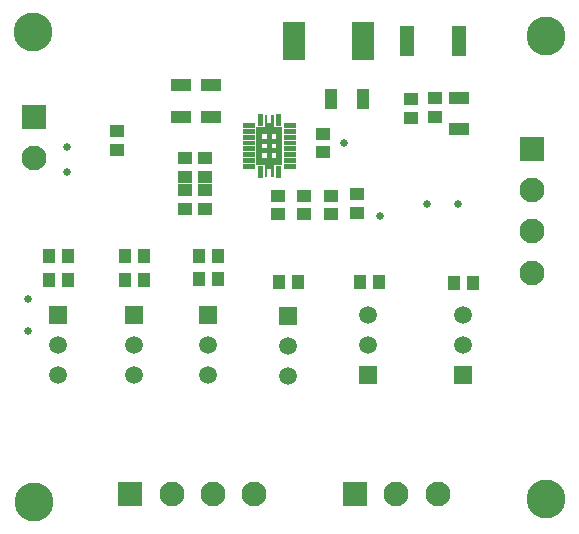
<source format=gts>
G04 Layer_Color=8388736*
%FSLAX44Y44*%
%MOMM*%
G71*
G01*
G75*
%ADD10R,1.3000X1.0000*%
%ADD11R,1.0000X1.3000*%
%ADD12R,1.1000X1.7000*%
%ADD13R,1.2000X2.6000*%
%ADD14R,1.7000X1.1000*%
%ADD16R,0.2800X0.8500*%
%ADD17R,0.8500X0.2800*%
%ADD18R,1.9500X3.2000*%
%ADD21C,3.3000*%
%ADD22C,2.1000*%
%ADD23R,2.1000X2.1000*%
%ADD24R,2.1000X2.1000*%
%ADD25R,1.5000X1.5000*%
%ADD26C,1.5000*%
%ADD27C,0.6604*%
G36*
X467970Y997670D02*
X458070D01*
Y1001870D01*
X467970D01*
Y997670D01*
D02*
G37*
G36*
Y1012670D02*
X458070D01*
Y1016870D01*
X467970D01*
Y1012670D01*
D02*
G37*
G36*
X433470Y997670D02*
X423570D01*
Y1001870D01*
X433470D01*
Y997670D01*
D02*
G37*
G36*
X467970Y1017670D02*
X458070D01*
Y1021870D01*
X467970D01*
Y1017670D01*
D02*
G37*
G36*
X433470D02*
X423570D01*
Y1021870D01*
X433470D01*
Y1017670D01*
D02*
G37*
G36*
Y1002670D02*
X423570D01*
Y1006870D01*
X433470D01*
Y1002670D01*
D02*
G37*
G36*
X467970D02*
X458070D01*
Y1006870D01*
X467970D01*
Y1002670D01*
D02*
G37*
G36*
X433470Y1007670D02*
X423570D01*
Y1011870D01*
X433470D01*
Y1007670D01*
D02*
G37*
G36*
Y1012670D02*
X423570D01*
Y1016870D01*
X433470D01*
Y1012670D01*
D02*
G37*
G36*
X467970Y1007670D02*
X458070D01*
Y1011870D01*
X467970D01*
Y1007670D01*
D02*
G37*
G36*
X433470Y1022670D02*
X423570D01*
Y1026870D01*
X433470D01*
Y1022670D01*
D02*
G37*
G36*
X467970Y1032670D02*
X458070D01*
Y1036870D01*
X467970D01*
Y1032670D01*
D02*
G37*
G36*
X433470D02*
X423570D01*
Y1036870D01*
X433470D01*
Y1032670D01*
D02*
G37*
G36*
X440370Y1034570D02*
X436170D01*
Y1044470D01*
X440370D01*
Y1034570D01*
D02*
G37*
G36*
X449520Y1033155D02*
X456655D01*
Y1027144D01*
Y1023144D01*
Y1019270D01*
Y1015270D01*
Y1011396D01*
Y1007396D01*
Y1001385D01*
X449520D01*
Y990770D01*
X447370D01*
Y998020D01*
X444170D01*
Y990770D01*
X442020D01*
Y1001385D01*
X434885D01*
Y1007396D01*
Y1011396D01*
Y1015270D01*
Y1019270D01*
Y1023144D01*
Y1027144D01*
Y1033155D01*
X442020D01*
Y1043770D01*
X444170D01*
Y1036520D01*
X447370D01*
Y1043770D01*
X449520D01*
Y1033155D01*
D02*
G37*
G36*
X455370Y1034570D02*
X451170D01*
Y1044470D01*
X455370D01*
Y1034570D01*
D02*
G37*
G36*
Y990070D02*
X451170D01*
Y999970D01*
X455370D01*
Y990070D01*
D02*
G37*
G36*
X467970Y1022670D02*
X458070D01*
Y1026870D01*
X467970D01*
Y1022670D01*
D02*
G37*
G36*
X440370Y990070D02*
X436170D01*
Y999970D01*
X440370D01*
Y990070D01*
D02*
G37*
G36*
X467970Y1027670D02*
X458070D01*
Y1031870D01*
X467970D01*
Y1027670D01*
D02*
G37*
G36*
X433470D02*
X423570D01*
Y1031870D01*
X433470D01*
Y1027670D01*
D02*
G37*
%LPC*%
G36*
X451707Y1019270D02*
X447707D01*
Y1015270D01*
X451707D01*
Y1019270D01*
D02*
G37*
G36*
X443833Y1027144D02*
X439833D01*
Y1023144D01*
X443833D01*
Y1027144D01*
D02*
G37*
G36*
X451707D02*
X447707D01*
Y1023144D01*
X451707D01*
Y1027144D01*
D02*
G37*
G36*
X443833Y1011396D02*
X439833D01*
Y1007396D01*
X443833D01*
Y1011396D01*
D02*
G37*
G36*
X451707D02*
X447707D01*
Y1007396D01*
X451707D01*
Y1011396D01*
D02*
G37*
G36*
X443833Y1019270D02*
X439833D01*
Y1015270D01*
X443833D01*
Y1019270D01*
D02*
G37*
%LPD*%
G54D10*
X391500Y990750D02*
D03*
Y1006750D02*
D03*
X497750Y975250D02*
D03*
Y959250D02*
D03*
X475000Y959250D02*
D03*
Y975250D02*
D03*
X391500Y963750D02*
D03*
Y979750D02*
D03*
X374500Y963750D02*
D03*
Y979750D02*
D03*
X317000Y1013750D02*
D03*
Y1029750D02*
D03*
X491107Y1027770D02*
D03*
Y1011770D02*
D03*
X453250Y959250D02*
D03*
Y975250D02*
D03*
X374500Y990750D02*
D03*
Y1006750D02*
D03*
X585750Y1041500D02*
D03*
Y1057500D02*
D03*
X565500Y1040750D02*
D03*
Y1056750D02*
D03*
X520250Y960250D02*
D03*
Y976250D02*
D03*
G54D11*
X538250Y901750D02*
D03*
X522250D02*
D03*
X454000Y902250D02*
D03*
X470000D02*
D03*
X602500Y901000D02*
D03*
X618500D02*
D03*
X323500Y923750D02*
D03*
X339500D02*
D03*
X259250D02*
D03*
X275250D02*
D03*
X386000D02*
D03*
X402000D02*
D03*
X339500Y904000D02*
D03*
X323500D02*
D03*
X275250Y903500D02*
D03*
X259250D02*
D03*
X402000Y904250D02*
D03*
X386000D02*
D03*
G54D12*
X498000Y1057250D02*
D03*
X525000D02*
D03*
G54D13*
X562000Y1106500D02*
D03*
X606000D02*
D03*
G54D14*
X396240Y1041870D02*
D03*
Y1068870D02*
D03*
X370840Y1041870D02*
D03*
Y1068870D02*
D03*
X606000Y1031250D02*
D03*
Y1058250D02*
D03*
G54D16*
X453270Y1039520D02*
D03*
Y995020D02*
D03*
X438270D02*
D03*
Y1039520D02*
D03*
G54D17*
X463020Y1034770D02*
D03*
Y1029770D02*
D03*
Y1024770D02*
D03*
Y1019770D02*
D03*
Y1014770D02*
D03*
Y1009770D02*
D03*
Y1004770D02*
D03*
Y999770D02*
D03*
X428520D02*
D03*
Y1004770D02*
D03*
Y1009770D02*
D03*
Y1014770D02*
D03*
Y1019770D02*
D03*
Y1024770D02*
D03*
Y1029770D02*
D03*
Y1034770D02*
D03*
G54D18*
X525000Y1106250D02*
D03*
X466500D02*
D03*
G54D21*
X245916Y1113746D02*
D03*
X679916Y1110246D02*
D03*
X246666Y715996D02*
D03*
X679916Y717996D02*
D03*
G54D22*
X668250Y910000D02*
D03*
Y945000D02*
D03*
Y980000D02*
D03*
X246500Y1007000D02*
D03*
X433000Y722750D02*
D03*
X398000D02*
D03*
X363000D02*
D03*
X553252Y723002D02*
D03*
X588252D02*
D03*
G54D23*
X668250Y1015000D02*
D03*
X246500Y1042000D02*
D03*
G54D24*
X328000Y722750D02*
D03*
X518252Y723002D02*
D03*
G54D25*
X609600Y822960D02*
D03*
X529590D02*
D03*
X461750Y873400D02*
D03*
X393700Y873760D02*
D03*
X331470D02*
D03*
X266700D02*
D03*
G54D26*
X609600Y848360D02*
D03*
Y873760D02*
D03*
X529590Y848360D02*
D03*
Y873760D02*
D03*
X461750Y848000D02*
D03*
Y822600D02*
D03*
X393700Y848360D02*
D03*
Y822960D02*
D03*
X331470Y848360D02*
D03*
Y822960D02*
D03*
X266700Y848360D02*
D03*
Y822960D02*
D03*
G54D27*
X509230Y1019770D02*
D03*
X241250Y887750D02*
D03*
Y860750D02*
D03*
X579000Y968000D02*
D03*
X605250D02*
D03*
X274250Y995000D02*
D03*
Y1016500D02*
D03*
X539750Y958250D02*
D03*
M02*

</source>
